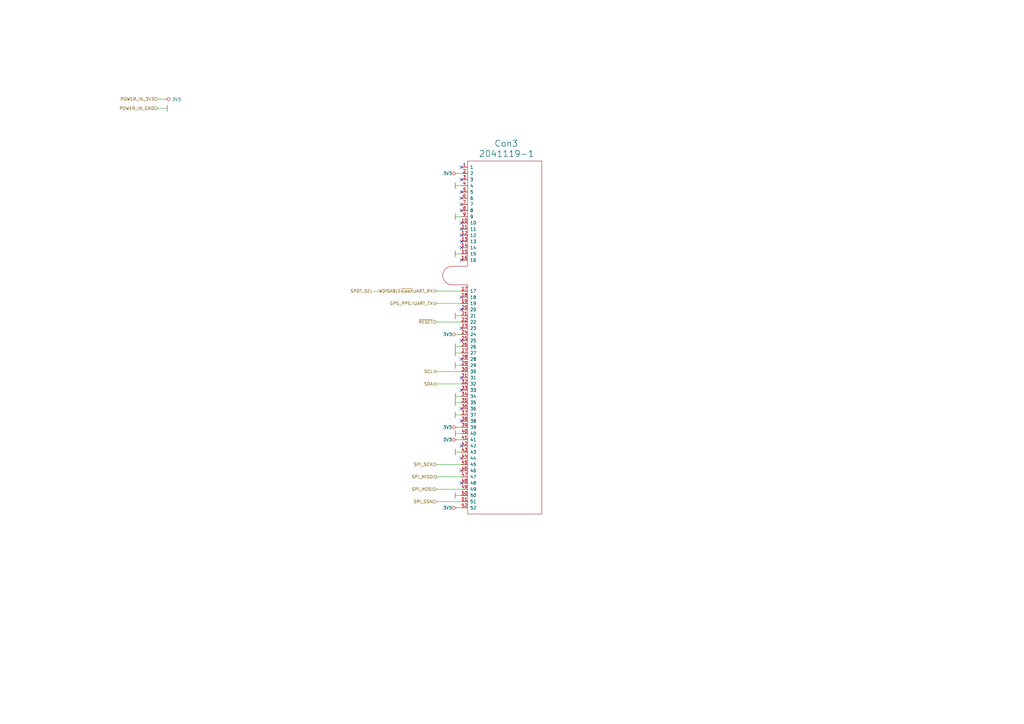
<source format=kicad_sch>
(kicad_sch (version 20210406) (generator eeschema)
  (paper "A3")
  (title_block (title "Minipci Module") (date "2021-01-10") (rev "V1.0") (company "Embedded System Labs"))
  (lib_symbols
    (symbol "Smd_Connectors:2041119-1" (pin_names (offset 1.016))
      (property "Reference" "Con" (at 22.86 0 90))
      (property "Value" "2041119-1" (at 19.05 0 90))
      (symbol "2041119-1_0_1"
        (arc (start -21.59 29.21) (end -21.59 21.59) (radius (at -21.59 25.4) (length 3.81) (angles 90.1 -90.1)))
        (polyline (pts (xy -21.59 21.59) (xy -15.24 21.59)))
        (polyline (pts (xy -21.59 29.21) (xy -15.24 29.21) (xy -15.24 72.39)))
        (polyline (pts (xy -15.24 72.39) (xy 15.24 72.39) (xy 15.24 -72.39) (xy -15.24 -72.39) (xy -15.24 21.59)))
      )
      (symbol "2041119-1_1_1"
        (pin passive line (at -17.78 69.85 0) (length 2.54) (name "1") (number "1"))
        (pin passive line (at -17.78 46.99 0) (length 2.54) (name "10") (number "10"))
        (pin passive line (at -17.78 44.45 0) (length 2.54) (name "11") (number "11"))
        (pin passive line (at -17.78 41.91 0) (length 2.54) (name "12") (number "12"))
        (pin passive line (at -17.78 39.37 0) (length 2.54) (name "13") (number "13"))
        (pin passive line (at -17.78 36.83 0) (length 2.54) (name "14") (number "14"))
        (pin passive line (at -17.78 34.29 0) (length 2.54) (name "15") (number "15"))
        (pin passive line (at -17.78 31.75 0) (length 2.54) (name "16") (number "16"))
        (pin passive line (at -17.78 19.05 0) (length 2.54) (name "17") (number "17"))
        (pin passive line (at -17.78 16.51 0) (length 2.54) (name "18") (number "18"))
        (pin passive line (at -17.78 13.97 0) (length 2.54) (name "19") (number "19"))
        (pin passive line (at -17.78 67.31 0) (length 2.54) (name "2") (number "2"))
        (pin passive line (at -17.78 11.43 0) (length 2.54) (name "20") (number "20"))
        (pin passive line (at -17.78 8.89 0) (length 2.54) (name "21") (number "21"))
        (pin passive line (at -17.78 6.35 0) (length 2.54) (name "22") (number "22"))
        (pin passive line (at -17.78 3.81 0) (length 2.54) (name "23") (number "23"))
        (pin passive line (at -17.78 1.27 0) (length 2.54) (name "24") (number "24"))
        (pin passive line (at -17.78 -1.27 0) (length 2.54) (name "25") (number "25"))
        (pin passive line (at -17.78 -3.81 0) (length 2.54) (name "26") (number "26"))
        (pin passive line (at -17.78 -6.35 0) (length 2.54) (name "27") (number "27"))
        (pin passive line (at -17.78 -8.89 0) (length 2.54) (name "28") (number "28"))
        (pin passive line (at -17.78 -11.43 0) (length 2.54) (name "29") (number "29"))
        (pin passive line (at -17.78 64.77 0) (length 2.54) (name "3") (number "3"))
        (pin passive line (at -17.78 -13.97 0) (length 2.54) (name "30") (number "30"))
        (pin passive line (at -17.78 -16.51 0) (length 2.54) (name "31") (number "31"))
        (pin passive line (at -17.78 -19.05 0) (length 2.54) (name "32") (number "32"))
        (pin passive line (at -17.78 -21.59 0) (length 2.54) (name "33") (number "33"))
        (pin passive line (at -17.78 -24.13 0) (length 2.54) (name "34") (number "34"))
        (pin passive line (at -17.78 -26.67 0) (length 2.54) (name "35") (number "35"))
        (pin passive line (at -17.78 -29.21 0) (length 2.54) (name "36") (number "36"))
        (pin passive line (at -17.78 -31.75 0) (length 2.54) (name "37") (number "37"))
        (pin passive line (at -17.78 -34.29 0) (length 2.54) (name "38") (number "38"))
        (pin passive line (at -17.78 -36.83 0) (length 2.54) (name "39") (number "39"))
        (pin passive line (at -17.78 62.23 0) (length 2.54) (name "4") (number "4"))
        (pin passive line (at -17.78 -39.37 0) (length 2.54) (name "40") (number "40"))
        (pin passive line (at -17.78 -41.91 0) (length 2.54) (name "41") (number "41"))
        (pin passive line (at -17.78 -44.45 0) (length 2.54) (name "42") (number "42"))
        (pin passive line (at -17.78 -46.99 0) (length 2.54) (name "43") (number "43"))
        (pin passive line (at -17.78 -49.53 0) (length 2.54) (name "44") (number "44"))
        (pin passive line (at -17.78 -52.07 0) (length 2.54) (name "45") (number "45"))
        (pin passive line (at -17.78 -54.61 0) (length 2.54) (name "46") (number "46"))
        (pin passive line (at -17.78 -57.15 0) (length 2.54) (name "47") (number "47"))
        (pin passive line (at -17.78 -59.69 0) (length 2.54) (name "48") (number "48"))
        (pin passive line (at -17.78 -62.23 0) (length 2.54) (name "49") (number "49"))
        (pin passive line (at -17.78 59.69 0) (length 2.54) (name "5") (number "5"))
        (pin passive line (at -17.78 -64.77 0) (length 2.54) (name "50") (number "50"))
        (pin passive line (at -17.78 -67.31 0) (length 2.54) (name "51") (number "51"))
        (pin passive line (at -17.78 -69.85 0) (length 2.54) (name "52") (number "52"))
        (pin passive line (at -17.78 57.15 0) (length 2.54) (name "6") (number "6"))
        (pin passive line (at -17.78 54.61 0) (length 2.54) (name "7") (number "7"))
        (pin passive line (at -17.78 52.07 0) (length 2.54) (name "8") (number "8"))
        (pin passive line (at -17.78 49.53 0) (length 2.54) (name "9") (number "9"))
      )
    )
    (symbol "power:3V3_NO_GLOBAL" (pin_names (offset 0))
      (property "Value" "3V3_NO_GLOBAL" (at 0 3.81 0))
      (symbol "3V3_NO_GLOBAL_0_0"
        (pin power_in line (at 0 0 90) (length 0) hide (name "3V3") (number "1"))
      )
      (symbol "3V3_NO_GLOBAL_0_1"
        (circle (center 0 1.905) (radius 0.635))
        (polyline (pts (xy 0 1.27) (xy 0 0)))
      )
    )
    (symbol "power:GND" (power) (pin_names (offset 0))
      (symbol "GND_0_1"
        (polyline (pts (xy -1.27 0) (xy 1.27 0)))
      )
      (symbol "GND_1_1"
        (pin power_in line (at 0 0 180) (length 0) hide (name "GND") (number "1"))
      )
    )
  )
  (no_connect (at 189.23 68.58))
  (no_connect (at 189.23 73.66))
  (no_connect (at 189.23 78.74))
  (no_connect (at 189.23 81.28))
  (no_connect (at 189.23 83.82))
  (no_connect (at 189.23 86.36))
  (no_connect (at 189.23 91.44))
  (no_connect (at 189.23 93.98))
  (no_connect (at 189.23 96.52))
  (no_connect (at 189.23 99.06))
  (no_connect (at 189.23 101.6))
  (no_connect (at 189.23 106.68))
  (no_connect (at 189.23 121.92))
  (no_connect (at 189.23 127))
  (no_connect (at 189.23 134.62))
  (no_connect (at 189.23 139.7))
  (no_connect (at 189.23 147.32))
  (no_connect (at 189.23 154.94))
  (no_connect (at 189.23 160.02))
  (no_connect (at 189.23 167.64))
  (no_connect (at 189.23 172.72))
  (no_connect (at 189.23 182.88))
  (no_connect (at 189.23 187.96))
  (no_connect (at 189.23 193.04))
  (no_connect (at 189.23 198.12))
  (wire (pts (xy 64.77 44.45) (xy 68.58 44.45)))
  (wire (pts (xy 67.31 40.64) (xy 64.77 40.64)))
  (wire (pts (xy 179.07 157.48) (xy 189.23 157.48)))
  (wire (pts (xy 189.23 71.12) (xy 187.96 71.12)))
  (wire (pts (xy 189.23 76.2) (xy 186.69 76.2)))
  (wire (pts (xy 189.23 88.9) (xy 186.69 88.9)))
  (wire (pts (xy 189.23 104.14) (xy 186.69 104.14)))
  (wire (pts (xy 189.23 119.38) (xy 179.07 119.38)))
  (wire (pts (xy 189.23 124.46) (xy 179.07 124.46)))
  (wire (pts (xy 189.23 129.54) (xy 186.69 129.54)))
  (wire (pts (xy 189.23 132.08) (xy 179.07 132.08)))
  (wire (pts (xy 189.23 137.16) (xy 187.96 137.16)))
  (wire (pts (xy 189.23 142.24) (xy 186.69 142.24)))
  (wire (pts (xy 189.23 144.78) (xy 186.69 144.78)))
  (wire (pts (xy 189.23 149.86) (xy 186.69 149.86)))
  (wire (pts (xy 189.23 152.4) (xy 179.07 152.4)))
  (wire (pts (xy 189.23 162.56) (xy 186.69 162.56)))
  (wire (pts (xy 189.23 165.1) (xy 186.69 165.1)))
  (wire (pts (xy 189.23 170.18) (xy 186.69 170.18)))
  (wire (pts (xy 189.23 175.26) (xy 187.96 175.26)))
  (wire (pts (xy 189.23 177.8) (xy 186.69 177.8)))
  (wire (pts (xy 189.23 180.34) (xy 187.96 180.34)))
  (wire (pts (xy 189.23 185.42) (xy 186.69 185.42)))
  (wire (pts (xy 189.23 190.5) (xy 179.07 190.5)))
  (wire (pts (xy 189.23 195.58) (xy 179.07 195.58)))
  (wire (pts (xy 189.23 200.66) (xy 179.07 200.66)))
  (wire (pts (xy 189.23 203.2) (xy 186.69 203.2)))
  (wire (pts (xy 189.23 205.74) (xy 179.07 205.74)))
  (wire (pts (xy 189.23 208.28) (xy 187.96 208.28)))
  (hierarchical_label "POWER_IN_3V3" (shape input) (at 64.77 40.64 180))
  (hierarchical_label "POWER_IN_GND" (shape input) (at 64.77 44.45 180))
  (hierarchical_label "SPDT_SEL-~WDISABLE~{slash}UART_RX" (shape bidirectional) (at 179.07 119.38 180))
  (hierarchical_label "GPS_PPS{slash}UART_TX" (shape bidirectional) (at 179.07 124.46 180))
  (hierarchical_label "~RESET~" (shape input) (at 179.07 132.08 180))
  (hierarchical_label "SCL" (shape bidirectional) (at 179.07 152.4 180))
  (hierarchical_label "SDA" (shape bidirectional) (at 179.07 157.48 180))
  (hierarchical_label "SPI_SCK" (shape input) (at 179.07 190.5 180))
  (hierarchical_label "SPI_MISO" (shape output) (at 179.07 195.58 180))
  (hierarchical_label "SPI_MOSI" (shape input) (at 179.07 200.66 180))
  (hierarchical_label "SPI_GSN" (shape input) (at 179.07 205.74 180))
  (symbol (lib_id "power:GND") (at 68.58 44.45 90) (unit 1)
    (property "Reference" "#PWR0185" (effects hide))
    (property "Value" "GND" (effects hide))
  )
  (symbol (lib_id "power:GND") (at 186.69 76.2 270) (unit 1)
    (property "Reference" "#PWR0181" (effects hide))
    (property "Value" "GND" (effects hide))
  )
  (symbol (lib_id "power:GND") (at 186.69 88.9 270) (unit 1)
    (property "Reference" "#PWR0178" (effects hide))
    (property "Value" "GND" (effects hide))
  )
  (symbol (lib_id "power:GND") (at 186.69 104.14 270) (unit 1)
    (property "Reference" "#PWR0171" (effects hide))
    (property "Value" "GND" (effects hide))
  )
  (symbol (lib_id "power:GND") (at 186.69 129.54 270) (unit 1)
    (property "Reference" "#PWR0172" (effects hide))
    (property "Value" "GND" (effects hide))
  )
  (symbol (lib_id "power:GND") (at 186.69 142.24 270) (unit 1)
    (property "Reference" "#PWR0174" (effects hide))
    (property "Value" "GND" (effects hide))
  )
  (symbol (lib_id "power:GND") (at 186.69 144.78 270) (unit 1)
    (property "Reference" "#PWR0179" (effects hide))
    (property "Value" "GND" (effects hide))
  )
  (symbol (lib_id "power:GND") (at 186.69 149.86 270) (unit 1)
    (property "Reference" "#PWR0176" (effects hide))
    (property "Value" "GND" (effects hide))
  )
  (symbol (lib_id "power:GND") (at 186.69 162.56 270) (unit 1)
    (property "Reference" "#PWR0182" (effects hide))
    (property "Value" "GND" (effects hide))
  )
  (symbol (lib_id "power:GND") (at 186.69 165.1 270) (unit 1)
    (property "Reference" "#PWR0184" (effects hide))
    (property "Value" "GND" (effects hide))
  )
  (symbol (lib_id "power:GND") (at 186.69 170.18 270) (unit 1)
    (property "Reference" "#PWR0180" (effects hide))
    (property "Value" "GND" (effects hide))
  )
  (symbol (lib_id "power:GND") (at 186.69 177.8 270) (unit 1)
    (property "Reference" "#PWR0173" (effects hide))
    (property "Value" "GND" (effects hide))
  )
  (symbol (lib_id "power:GND") (at 186.69 185.42 270) (unit 1)
    (property "Reference" "#PWR0175" (effects hide))
    (property "Value" "GND" (effects hide))
  )
  (symbol (lib_id "power:GND") (at 186.69 203.2 270) (unit 1)
    (property "Reference" "#PWR0183" (effects hide))
    (property "Value" "GND" (effects hide))
  )
  (symbol (lib_id "power:3V3_NO_GLOBAL") (at 67.31 40.64 270) (unit 1)
    (property "Reference" "#PWR190" (effects hide))
    (property "Value" "3V3" (at 70.5612 40.8178 90) (effects (justify left)))
  )
  (symbol (lib_id "power:3V3_NO_GLOBAL") (at 187.96 71.12 90) (unit 1)
    (property "Reference" "#PWR185" (effects hide))
    (property "Value" "3V3" (at 185.42 71.12 90) (effects (justify left)))
  )
  (symbol (lib_id "power:3V3_NO_GLOBAL") (at 187.96 137.16 90) (unit 1)
    (property "Reference" "#PWR186" (effects hide))
    (property "Value" "3V3" (at 185.42 137.16 90) (effects (justify left)))
  )
  (symbol (lib_id "power:3V3_NO_GLOBAL") (at 187.96 175.26 90) (unit 1)
    (property "Reference" "#PWR187" (effects hide))
    (property "Value" "3V3" (at 185.42 175.26 90) (effects (justify left)))
  )
  (symbol (lib_id "power:3V3_NO_GLOBAL") (at 187.96 180.34 90) (unit 1)
    (property "Reference" "#PWR188" (effects hide))
    (property "Value" "3V3" (at 185.42 180.34 90) (effects (justify left)))
  )
  (symbol (lib_id "power:3V3_NO_GLOBAL") (at 187.96 208.28 90) (unit 1)
    (property "Reference" "#PWR189" (effects hide))
    (property "Value" "3V3" (at 185.42 208.28 90) (effects (justify left)))
  )
  (symbol (lib_id "Smd_Connectors:2041119-1") (at 207.01 138.43 0) (unit 1)
    (property "Reference" "Con3" (at 202.6412 58.8518 0) (effects (font (size 2.54 2.54)) (justify left)))
    (property "Value" "2041119-1" (at 196.2912 63.0682 0) (effects (font (size 2.54 2.54)) (justify left)))
    (property "Footprint" "Smd_Connectors:2041119-1" (effects hide))
    (property "Datasheet" "Connectors/Smd_Connectors/Components_Documentation/2041119-1.pdf" (effects hide))
    (property "Manufacturer" "TE Connectivity" (effects hide))
    (property "Manufacturer Part Number" "2041119-1" (effects hide))
    (property "Supplier" "Mouser" (effects hide))
    (property "Supplier Part Number" "571-2041119-1" (effects hide))
    (property "URL" "https://pl.mouser.com/ProductDetail/TE-Connectivity/2041119-1?qs=%252BD5sUuPmlApmv1YR%252BaSc%252Bw%3D%3D" (effects hide))
    (property "Price@1pc" "2,76" (effects hide))
    (property "Price@1000pcs" "1,81" (effects hide))
    (property "Developer" "WP" (effects hide))
  )
)
</source>
